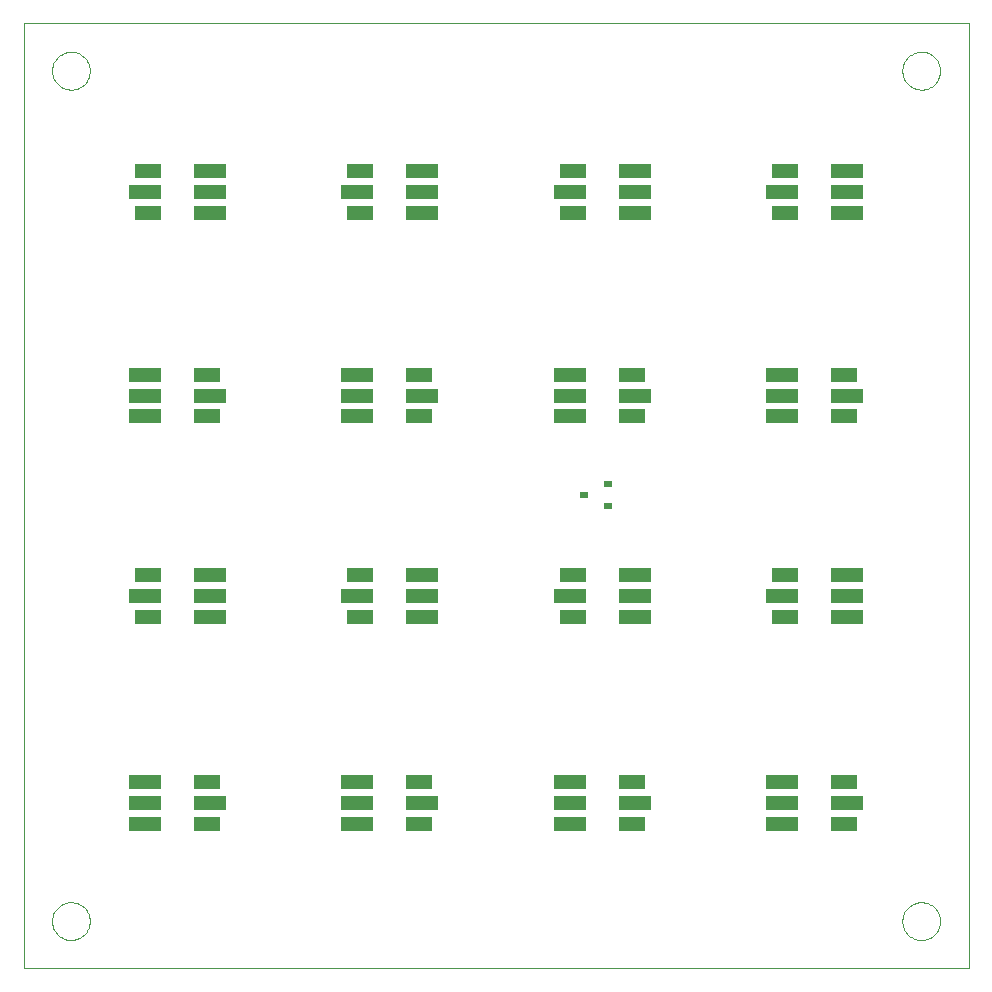
<source format=gbp>
G75*
G70*
%OFA0B0*%
%FSLAX24Y24*%
%IPPOS*%
%LPD*%
%AMOC8*
5,1,8,0,0,1.08239X$1,22.5*
%
%ADD10C,0.0000*%
%ADD11R,0.1063X0.0512*%
%ADD12R,0.0866X0.0512*%
%ADD13R,0.0276X0.0236*%
D10*
X001723Y000125D02*
X001723Y031621D01*
X033219Y031621D01*
X033219Y000125D01*
X001723Y000125D01*
X002668Y001700D02*
X002670Y001750D01*
X002676Y001800D01*
X002686Y001849D01*
X002700Y001897D01*
X002717Y001944D01*
X002738Y001989D01*
X002763Y002033D01*
X002791Y002074D01*
X002823Y002113D01*
X002857Y002150D01*
X002894Y002184D01*
X002934Y002214D01*
X002976Y002241D01*
X003020Y002265D01*
X003066Y002286D01*
X003113Y002302D01*
X003161Y002315D01*
X003211Y002324D01*
X003260Y002329D01*
X003311Y002330D01*
X003361Y002327D01*
X003410Y002320D01*
X003459Y002309D01*
X003507Y002294D01*
X003553Y002276D01*
X003598Y002254D01*
X003641Y002228D01*
X003682Y002199D01*
X003721Y002167D01*
X003757Y002132D01*
X003789Y002094D01*
X003819Y002054D01*
X003846Y002011D01*
X003869Y001967D01*
X003888Y001921D01*
X003904Y001873D01*
X003916Y001824D01*
X003924Y001775D01*
X003928Y001725D01*
X003928Y001675D01*
X003924Y001625D01*
X003916Y001576D01*
X003904Y001527D01*
X003888Y001479D01*
X003869Y001433D01*
X003846Y001389D01*
X003819Y001346D01*
X003789Y001306D01*
X003757Y001268D01*
X003721Y001233D01*
X003682Y001201D01*
X003641Y001172D01*
X003598Y001146D01*
X003553Y001124D01*
X003507Y001106D01*
X003459Y001091D01*
X003410Y001080D01*
X003361Y001073D01*
X003311Y001070D01*
X003260Y001071D01*
X003211Y001076D01*
X003161Y001085D01*
X003113Y001098D01*
X003066Y001114D01*
X003020Y001135D01*
X002976Y001159D01*
X002934Y001186D01*
X002894Y001216D01*
X002857Y001250D01*
X002823Y001287D01*
X002791Y001326D01*
X002763Y001367D01*
X002738Y001411D01*
X002717Y001456D01*
X002700Y001503D01*
X002686Y001551D01*
X002676Y001600D01*
X002670Y001650D01*
X002668Y001700D01*
X031014Y001700D02*
X031016Y001750D01*
X031022Y001800D01*
X031032Y001849D01*
X031046Y001897D01*
X031063Y001944D01*
X031084Y001989D01*
X031109Y002033D01*
X031137Y002074D01*
X031169Y002113D01*
X031203Y002150D01*
X031240Y002184D01*
X031280Y002214D01*
X031322Y002241D01*
X031366Y002265D01*
X031412Y002286D01*
X031459Y002302D01*
X031507Y002315D01*
X031557Y002324D01*
X031606Y002329D01*
X031657Y002330D01*
X031707Y002327D01*
X031756Y002320D01*
X031805Y002309D01*
X031853Y002294D01*
X031899Y002276D01*
X031944Y002254D01*
X031987Y002228D01*
X032028Y002199D01*
X032067Y002167D01*
X032103Y002132D01*
X032135Y002094D01*
X032165Y002054D01*
X032192Y002011D01*
X032215Y001967D01*
X032234Y001921D01*
X032250Y001873D01*
X032262Y001824D01*
X032270Y001775D01*
X032274Y001725D01*
X032274Y001675D01*
X032270Y001625D01*
X032262Y001576D01*
X032250Y001527D01*
X032234Y001479D01*
X032215Y001433D01*
X032192Y001389D01*
X032165Y001346D01*
X032135Y001306D01*
X032103Y001268D01*
X032067Y001233D01*
X032028Y001201D01*
X031987Y001172D01*
X031944Y001146D01*
X031899Y001124D01*
X031853Y001106D01*
X031805Y001091D01*
X031756Y001080D01*
X031707Y001073D01*
X031657Y001070D01*
X031606Y001071D01*
X031557Y001076D01*
X031507Y001085D01*
X031459Y001098D01*
X031412Y001114D01*
X031366Y001135D01*
X031322Y001159D01*
X031280Y001186D01*
X031240Y001216D01*
X031203Y001250D01*
X031169Y001287D01*
X031137Y001326D01*
X031109Y001367D01*
X031084Y001411D01*
X031063Y001456D01*
X031046Y001503D01*
X031032Y001551D01*
X031022Y001600D01*
X031016Y001650D01*
X031014Y001700D01*
X031014Y030046D02*
X031016Y030096D01*
X031022Y030146D01*
X031032Y030195D01*
X031046Y030243D01*
X031063Y030290D01*
X031084Y030335D01*
X031109Y030379D01*
X031137Y030420D01*
X031169Y030459D01*
X031203Y030496D01*
X031240Y030530D01*
X031280Y030560D01*
X031322Y030587D01*
X031366Y030611D01*
X031412Y030632D01*
X031459Y030648D01*
X031507Y030661D01*
X031557Y030670D01*
X031606Y030675D01*
X031657Y030676D01*
X031707Y030673D01*
X031756Y030666D01*
X031805Y030655D01*
X031853Y030640D01*
X031899Y030622D01*
X031944Y030600D01*
X031987Y030574D01*
X032028Y030545D01*
X032067Y030513D01*
X032103Y030478D01*
X032135Y030440D01*
X032165Y030400D01*
X032192Y030357D01*
X032215Y030313D01*
X032234Y030267D01*
X032250Y030219D01*
X032262Y030170D01*
X032270Y030121D01*
X032274Y030071D01*
X032274Y030021D01*
X032270Y029971D01*
X032262Y029922D01*
X032250Y029873D01*
X032234Y029825D01*
X032215Y029779D01*
X032192Y029735D01*
X032165Y029692D01*
X032135Y029652D01*
X032103Y029614D01*
X032067Y029579D01*
X032028Y029547D01*
X031987Y029518D01*
X031944Y029492D01*
X031899Y029470D01*
X031853Y029452D01*
X031805Y029437D01*
X031756Y029426D01*
X031707Y029419D01*
X031657Y029416D01*
X031606Y029417D01*
X031557Y029422D01*
X031507Y029431D01*
X031459Y029444D01*
X031412Y029460D01*
X031366Y029481D01*
X031322Y029505D01*
X031280Y029532D01*
X031240Y029562D01*
X031203Y029596D01*
X031169Y029633D01*
X031137Y029672D01*
X031109Y029713D01*
X031084Y029757D01*
X031063Y029802D01*
X031046Y029849D01*
X031032Y029897D01*
X031022Y029946D01*
X031016Y029996D01*
X031014Y030046D01*
X002668Y030046D02*
X002670Y030096D01*
X002676Y030146D01*
X002686Y030195D01*
X002700Y030243D01*
X002717Y030290D01*
X002738Y030335D01*
X002763Y030379D01*
X002791Y030420D01*
X002823Y030459D01*
X002857Y030496D01*
X002894Y030530D01*
X002934Y030560D01*
X002976Y030587D01*
X003020Y030611D01*
X003066Y030632D01*
X003113Y030648D01*
X003161Y030661D01*
X003211Y030670D01*
X003260Y030675D01*
X003311Y030676D01*
X003361Y030673D01*
X003410Y030666D01*
X003459Y030655D01*
X003507Y030640D01*
X003553Y030622D01*
X003598Y030600D01*
X003641Y030574D01*
X003682Y030545D01*
X003721Y030513D01*
X003757Y030478D01*
X003789Y030440D01*
X003819Y030400D01*
X003846Y030357D01*
X003869Y030313D01*
X003888Y030267D01*
X003904Y030219D01*
X003916Y030170D01*
X003924Y030121D01*
X003928Y030071D01*
X003928Y030021D01*
X003924Y029971D01*
X003916Y029922D01*
X003904Y029873D01*
X003888Y029825D01*
X003869Y029779D01*
X003846Y029735D01*
X003819Y029692D01*
X003789Y029652D01*
X003757Y029614D01*
X003721Y029579D01*
X003682Y029547D01*
X003641Y029518D01*
X003598Y029492D01*
X003553Y029470D01*
X003507Y029452D01*
X003459Y029437D01*
X003410Y029426D01*
X003361Y029419D01*
X003311Y029416D01*
X003260Y029417D01*
X003211Y029422D01*
X003161Y029431D01*
X003113Y029444D01*
X003066Y029460D01*
X003020Y029481D01*
X002976Y029505D01*
X002934Y029532D01*
X002894Y029562D01*
X002857Y029596D01*
X002823Y029633D01*
X002791Y029672D01*
X002763Y029713D01*
X002738Y029757D01*
X002717Y029802D01*
X002700Y029849D01*
X002686Y029897D01*
X002676Y029946D01*
X002670Y029996D01*
X002668Y030046D01*
D11*
X005759Y026011D03*
X007924Y026011D03*
X007924Y025312D03*
X007924Y026710D03*
X012845Y026011D03*
X015011Y026011D03*
X015011Y025312D03*
X015011Y026710D03*
X019932Y026011D03*
X022097Y026011D03*
X022097Y025312D03*
X022097Y026710D03*
X027018Y026011D03*
X029184Y026011D03*
X029184Y025312D03*
X029184Y026710D03*
X027018Y019919D03*
X027018Y019220D03*
X027018Y018521D03*
X029184Y019220D03*
X029184Y013226D03*
X029184Y012527D03*
X029184Y011828D03*
X027018Y012527D03*
X022097Y012527D03*
X022097Y013226D03*
X022097Y011828D03*
X019932Y012527D03*
X015011Y012527D03*
X015011Y013226D03*
X015011Y011828D03*
X012845Y012527D03*
X007924Y012527D03*
X007924Y013226D03*
X007924Y011828D03*
X005759Y012527D03*
X005759Y018521D03*
X005759Y019220D03*
X005759Y019919D03*
X007924Y019220D03*
X012845Y019220D03*
X012845Y019919D03*
X012845Y018521D03*
X015011Y019220D03*
X019932Y019220D03*
X019932Y019919D03*
X019932Y018521D03*
X022097Y019220D03*
X019932Y006336D03*
X019932Y005637D03*
X019932Y004938D03*
X022097Y005637D03*
X027018Y005637D03*
X027018Y004938D03*
X027018Y006336D03*
X029184Y005637D03*
X015011Y005637D03*
X012845Y005637D03*
X012845Y004938D03*
X012845Y006336D03*
X007924Y005637D03*
X005759Y005637D03*
X005759Y004938D03*
X005759Y006336D03*
D12*
X007825Y006336D03*
X007825Y004938D03*
X014912Y004938D03*
X014912Y006336D03*
X012944Y011828D03*
X012944Y013226D03*
X014912Y018521D03*
X014912Y019919D03*
X012944Y025312D03*
X012944Y026710D03*
X020030Y026710D03*
X020030Y025312D03*
X021999Y019919D03*
X021999Y018521D03*
X020030Y013226D03*
X020030Y011828D03*
X021999Y006336D03*
X021999Y004938D03*
X029085Y004938D03*
X029085Y006336D03*
X027117Y011828D03*
X027117Y013226D03*
X029085Y018521D03*
X029085Y019919D03*
X027117Y025312D03*
X027117Y026710D03*
X007825Y019919D03*
X007825Y018521D03*
X005857Y013226D03*
X005857Y011828D03*
X005857Y025312D03*
X005857Y026710D03*
D13*
X020404Y015903D03*
X021192Y015529D03*
X021192Y016277D03*
M02*

</source>
